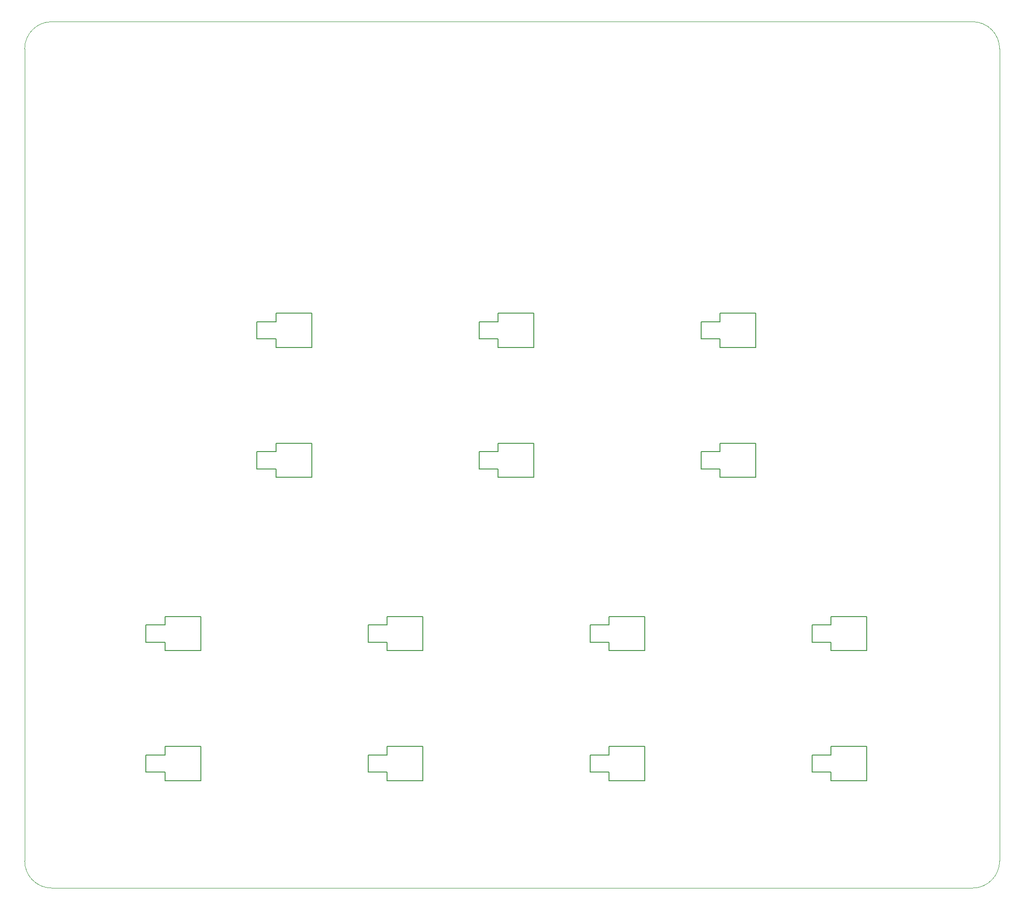
<source format=gm1>
%TF.GenerationSoftware,KiCad,Pcbnew,8.0.3*%
%TF.CreationDate,2024-07-30T03:57:46+02:00*%
%TF.ProjectId,iidx_pico,69696478-5f70-4696-936f-2e6b69636164,rev?*%
%TF.SameCoordinates,Original*%
%TF.FileFunction,Profile,NP*%
%FSLAX46Y46*%
G04 Gerber Fmt 4.6, Leading zero omitted, Abs format (unit mm)*
G04 Created by KiCad (PCBNEW 8.0.3) date 2024-07-30 03:57:46*
%MOMM*%
%LPD*%
G01*
G04 APERTURE LIST*
%TA.AperFunction,Profile*%
%ADD10C,0.100000*%
%TD*%
%TA.AperFunction,Profile*%
%ADD11C,0.200000*%
%TD*%
G04 APERTURE END LIST*
D10*
X227320000Y-24400000D02*
X227320000Y-174400000D01*
X222320000Y-19400000D02*
G75*
G02*
X227320000Y-24400000I0J-5000000D01*
G01*
X47320000Y-174400000D02*
X47320000Y-24400000D01*
X52320000Y-19400000D02*
X222320000Y-19400000D01*
X52320000Y-179400000D02*
X222320000Y-179400000D01*
X227320000Y-174400000D02*
G75*
G02*
X222320000Y-179400000I-5000000J0D01*
G01*
X47320000Y-24400000D02*
G75*
G02*
X52320000Y-19400000I5000000J0D01*
G01*
X52320000Y-179400000D02*
G75*
G02*
X47320000Y-174400000I0J5000000D01*
G01*
D11*
%TO.C,SW5*%
X161820000Y-153250000D02*
X161820000Y-159550000D01*
X161820000Y-129250000D02*
X161820000Y-135550000D01*
X155220000Y-159550000D02*
X161820000Y-159550000D01*
X155220000Y-158000000D02*
X155220000Y-159550000D01*
X155220000Y-158000000D02*
X151720000Y-158000000D01*
X155220000Y-154800000D02*
X151720000Y-154800000D01*
X155220000Y-153250000D02*
X161820000Y-153250000D01*
X155220000Y-153250000D02*
X155220000Y-154800000D01*
X155220000Y-135550000D02*
X161820000Y-135550000D01*
X155220000Y-134000000D02*
X155220000Y-135550000D01*
X155220000Y-134000000D02*
X151720000Y-134000000D01*
X155220000Y-130800000D02*
X151720000Y-130800000D01*
X155220000Y-129250000D02*
X161820000Y-129250000D01*
X155220000Y-129250000D02*
X155220000Y-130800000D01*
X151720000Y-154800000D02*
X151720000Y-158000000D01*
X151720000Y-130800000D02*
X151720000Y-134000000D01*
%TO.C,SW2*%
X100320000Y-97250000D02*
X100320000Y-103550000D01*
X100320000Y-73250000D02*
X100320000Y-79550000D01*
X93720000Y-103550000D02*
X100320000Y-103550000D01*
X93720000Y-102000000D02*
X93720000Y-103550000D01*
X93720000Y-102000000D02*
X90220000Y-102000000D01*
X93720000Y-98800000D02*
X90220000Y-98800000D01*
X93720000Y-97250000D02*
X100320000Y-97250000D01*
X93720000Y-97250000D02*
X93720000Y-98800000D01*
X93720000Y-79550000D02*
X100320000Y-79550000D01*
X93720000Y-78000000D02*
X93720000Y-79550000D01*
X93720000Y-78000000D02*
X90220000Y-78000000D01*
X93720000Y-74800000D02*
X90220000Y-74800000D01*
X93720000Y-73250000D02*
X100320000Y-73250000D01*
X93720000Y-73250000D02*
X93720000Y-74800000D01*
X90220000Y-98800000D02*
X90220000Y-102000000D01*
X90220000Y-74800000D02*
X90220000Y-78000000D01*
%TO.C,SW3*%
X120820000Y-153250000D02*
X120820000Y-159550000D01*
X120820000Y-129250000D02*
X120820000Y-135550000D01*
X114220000Y-159550000D02*
X120820000Y-159550000D01*
X114220000Y-158000000D02*
X114220000Y-159550000D01*
X114220000Y-158000000D02*
X110720000Y-158000000D01*
X114220000Y-154800000D02*
X110720000Y-154800000D01*
X114220000Y-153250000D02*
X120820000Y-153250000D01*
X114220000Y-153250000D02*
X114220000Y-154800000D01*
X114220000Y-135550000D02*
X120820000Y-135550000D01*
X114220000Y-134000000D02*
X114220000Y-135550000D01*
X114220000Y-134000000D02*
X110720000Y-134000000D01*
X114220000Y-130800000D02*
X110720000Y-130800000D01*
X114220000Y-129250000D02*
X120820000Y-129250000D01*
X114220000Y-129250000D02*
X114220000Y-130800000D01*
X110720000Y-154800000D02*
X110720000Y-158000000D01*
X110720000Y-130800000D02*
X110720000Y-134000000D01*
%TO.C,SW6*%
X182320000Y-97250000D02*
X182320000Y-103550000D01*
X182320000Y-73250000D02*
X182320000Y-79550000D01*
X175720000Y-103550000D02*
X182320000Y-103550000D01*
X175720000Y-102000000D02*
X175720000Y-103550000D01*
X175720000Y-102000000D02*
X172220000Y-102000000D01*
X175720000Y-98800000D02*
X172220000Y-98800000D01*
X175720000Y-97250000D02*
X182320000Y-97250000D01*
X175720000Y-97250000D02*
X175720000Y-98800000D01*
X175720000Y-79550000D02*
X182320000Y-79550000D01*
X175720000Y-78000000D02*
X175720000Y-79550000D01*
X175720000Y-78000000D02*
X172220000Y-78000000D01*
X175720000Y-74800000D02*
X172220000Y-74800000D01*
X175720000Y-73250000D02*
X182320000Y-73250000D01*
X175720000Y-73250000D02*
X175720000Y-74800000D01*
X172220000Y-98800000D02*
X172220000Y-102000000D01*
X172220000Y-74800000D02*
X172220000Y-78000000D01*
%TO.C,SW7*%
X202820000Y-153250000D02*
X202820000Y-159550000D01*
X202820000Y-129250000D02*
X202820000Y-135550000D01*
X196220000Y-159550000D02*
X202820000Y-159550000D01*
X196220000Y-158000000D02*
X196220000Y-159550000D01*
X196220000Y-158000000D02*
X192720000Y-158000000D01*
X196220000Y-154800000D02*
X192720000Y-154800000D01*
X196220000Y-153250000D02*
X202820000Y-153250000D01*
X196220000Y-153250000D02*
X196220000Y-154800000D01*
X196220000Y-135550000D02*
X202820000Y-135550000D01*
X196220000Y-134000000D02*
X196220000Y-135550000D01*
X196220000Y-134000000D02*
X192720000Y-134000000D01*
X196220000Y-130800000D02*
X192720000Y-130800000D01*
X196220000Y-129250000D02*
X202820000Y-129250000D01*
X196220000Y-129250000D02*
X196220000Y-130800000D01*
X192720000Y-154800000D02*
X192720000Y-158000000D01*
X192720000Y-130800000D02*
X192720000Y-134000000D01*
%TO.C,SW4*%
X141320000Y-97250000D02*
X141320000Y-103550000D01*
X141320000Y-73250000D02*
X141320000Y-79550000D01*
X134720000Y-103550000D02*
X141320000Y-103550000D01*
X134720000Y-102000000D02*
X134720000Y-103550000D01*
X134720000Y-102000000D02*
X131220000Y-102000000D01*
X134720000Y-98800000D02*
X131220000Y-98800000D01*
X134720000Y-97250000D02*
X141320000Y-97250000D01*
X134720000Y-97250000D02*
X134720000Y-98800000D01*
X134720000Y-79550000D02*
X141320000Y-79550000D01*
X134720000Y-78000000D02*
X134720000Y-79550000D01*
X134720000Y-78000000D02*
X131220000Y-78000000D01*
X134720000Y-74800000D02*
X131220000Y-74800000D01*
X134720000Y-73250000D02*
X141320000Y-73250000D01*
X134720000Y-73250000D02*
X134720000Y-74800000D01*
X131220000Y-98800000D02*
X131220000Y-102000000D01*
X131220000Y-74800000D02*
X131220000Y-78000000D01*
%TO.C,SW1*%
X79820000Y-153250000D02*
X79820000Y-159550000D01*
X79820000Y-129250000D02*
X79820000Y-135550000D01*
X73220000Y-159550000D02*
X79820000Y-159550000D01*
X73220000Y-158000000D02*
X73220000Y-159550000D01*
X73220000Y-158000000D02*
X69720000Y-158000000D01*
X73220000Y-154800000D02*
X69720000Y-154800000D01*
X73220000Y-153250000D02*
X79820000Y-153250000D01*
X73220000Y-153250000D02*
X73220000Y-154800000D01*
X73220000Y-135550000D02*
X79820000Y-135550000D01*
X73220000Y-134000000D02*
X73220000Y-135550000D01*
X73220000Y-134000000D02*
X69720000Y-134000000D01*
X73220000Y-130800000D02*
X69720000Y-130800000D01*
X73220000Y-129250000D02*
X79820000Y-129250000D01*
X73220000Y-129250000D02*
X73220000Y-130800000D01*
X69720000Y-154800000D02*
X69720000Y-158000000D01*
X69720000Y-130800000D02*
X69720000Y-134000000D01*
%TD*%
M02*

</source>
